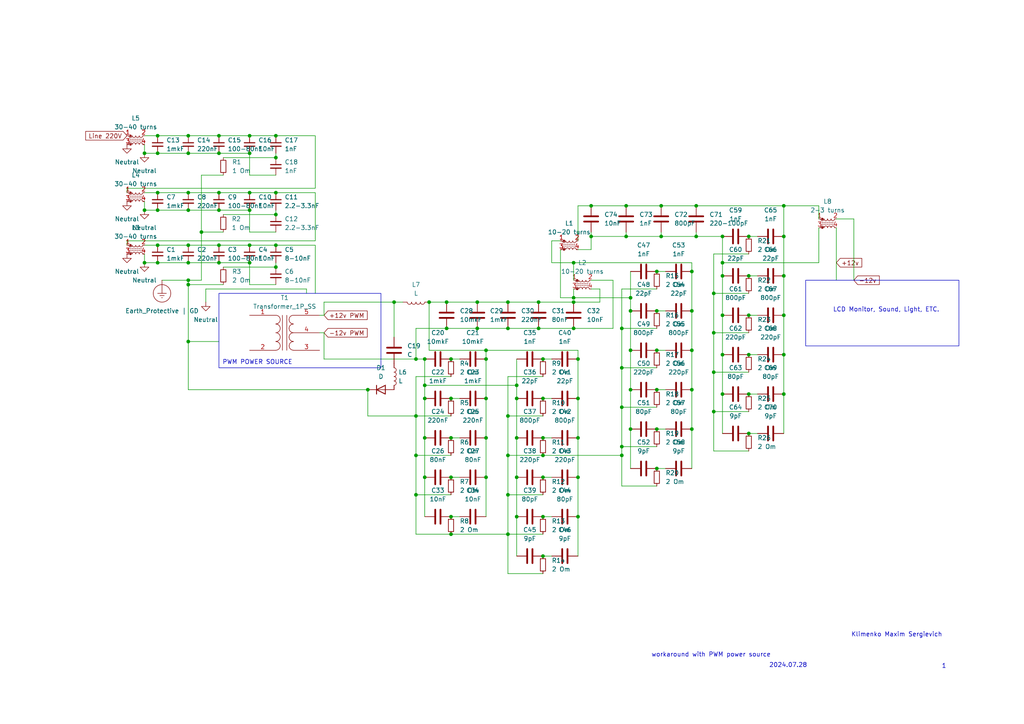
<source format=kicad_sch>
(kicad_sch (version 20231120) (generator "eeschema") (generator_version "8.0")
  (paper "A4")
  (lib_symbols
    (symbol "Device:C" (pin_numbers hide) (pin_names (offset 0.254))
      (property "Reference" "C" (at 0.635 2.54 0))
      (property "Value" "C" (at 0.635 -2.54 0))
      (symbol "C_0_1"
        (polyline (pts (xy -2.032 -0.762) (xy 2.032 -0.762)) (stroke (width 0.508)))
        (polyline (pts (xy -2.032 0.762) (xy 2.032 0.762)) (stroke (width 0.508)))
      )
      (symbol "C_1_1"
        (pin passive line (at 0 3.81 270) (length 2.794) (name "~") (number "1"))
        (pin passive line (at 0 -3.81 90) (length 2.794) (name "~") (number "2"))
      )
    )
    (symbol "Device:C_Small" (pin_numbers hide) (pin_names (offset 0.254) hide)
      (property "Reference" "C" (at 0.254 1.778 0))
      (property "Value" "C_Small" (at 0.254 -2.032 0))
      (symbol "C_Small_0_1"
        (polyline (pts (xy -1.524 -0.508) (xy 1.524 -0.508)) (stroke (width 0.3302)))
        (polyline (pts (xy -1.524 0.508) (xy 1.524 0.508)) (stroke (width 0.3048)))
      )
      (symbol "C_Small_1_1"
        (pin passive line (at 0 2.54 270) (length 2.032) (name "~") (number "1"))
        (pin passive line (at 0 -2.54 90) (length 2.032) (name "~") (number "2"))
      )
    )
    (symbol "Device:D" (pin_numbers hide) (pin_names (offset 1.016) hide)
      (property "Reference" "D" (at 0 2.54 0))
      (property "Value" "D" (at 0 -2.54 0))
      (symbol "D_0_1"
        (polyline (pts (xy -1.27 1.27) (xy -1.27 -1.27)) (stroke (width 0.254)))
        (polyline (pts (xy 1.27 0) (xy -1.27 0)))
        (polyline (pts (xy 1.27 1.27) (xy 1.27 -1.27) (xy -1.27 0) (xy 1.27 1.27)) (stroke (width 0.254)))
      )
      (symbol "D_1_1"
        (pin passive line (at -3.81 0 0) (length 2.54) (name "K") (number "1"))
        (pin passive line (at 3.81 0 180) (length 2.54) (name "A") (number "2"))
      )
    )
    (symbol "Device:L" (pin_numbers hide) (pin_names (offset 1.016) hide)
      (property "Reference" "L" (at -1.27 0 90))
      (property "Value" "L" (at 1.905 0 90))
      (symbol "L_0_1"
        (arc (start 0 -2.54) (mid 0.6323 -1.905) (end 0 -1.27))
        (arc (start 0 -1.27) (mid 0.6323 -0.635) (end 0 0))
        (arc (start 0 0) (mid 0.6323 0.635) (end 0 1.27))
        (arc (start 0 1.27) (mid 0.6323 1.905) (end 0 2.54))
      )
      (symbol "L_1_1"
        (pin passive line (at 0 3.81 270) (length 1.27) (name "1") (number "1"))
        (pin passive line (at 0 -3.81 90) (length 1.27) (name "2") (number "2"))
      )
    )
    (symbol "Device:L_Ferrite_Coupled_Small" (pin_names (offset 0.254) hide)
      (property "Reference" "L" (at 0 3.175 0))
      (property "Value" "L_Ferrite_Coupled_Small" (at 0 -3.175 0))
      (symbol "L_Ferrite_Coupled_Small_0_1"
        (arc (start -2.032 1.27) (mid -1.524 0.7642) (end -1.016 1.27))
        (circle (center -1.524 -1.27) (radius 0.254) (fill (type outline)))
        (circle (center -1.524 1.27) (radius 0.254) (fill (type outline)))
        (arc (start -1.016 -1.27) (mid -1.524 -0.7642) (end -2.032 -1.27))
        (arc (start -1.016 1.27) (mid -0.508 0.7642) (end 0 1.27))
        (arc (start 0 -1.27) (mid -0.508 -0.7642) (end -1.016 -1.27))
        (polyline (pts (xy -1.651 0.254) (xy -1.397 0.254)))
        (polyline (pts (xy -1.397 -0.254) (xy -1.651 -0.254)))
        (polyline (pts (xy -1.143 0.254) (xy -0.889 0.254)))
        (polyline (pts (xy -0.889 -0.254) (xy -1.143 -0.254)))
        (polyline (pts (xy -0.635 0.254) (xy -0.381 0.254)))
        (polyline (pts (xy -0.381 -0.254) (xy -0.635 -0.254)))
        (polyline (pts (xy -0.127 0.254) (xy 0.127 0.254)))
        (polyline (pts (xy 0.127 -0.254) (xy -0.127 -0.254)))
        (polyline (pts (xy 0.381 0.254) (xy 0.635 0.254)))
        (polyline (pts (xy 0.635 -0.254) (xy 0.381 -0.254)))
        (polyline (pts (xy 0.889 0.254) (xy 1.143 0.254)))
        (polyline (pts (xy 1.143 -0.254) (xy 0.889 -0.254)))
        (polyline (pts (xy 1.397 0.254) (xy 1.651 0.254)))
        (polyline (pts (xy 1.651 -0.254) (xy 1.397 -0.254)))
        (arc (start 0 1.27) (mid 0.508 0.7642) (end 1.016 1.27))
        (arc (start 1.016 -1.27) (mid 0.508 -0.7642) (end 0 -1.27))
        (arc (start 1.016 1.27) (mid 1.524 0.7642) (end 2.032 1.27))
        (arc (start 2.032 -1.27) (mid 1.524 -0.7642) (end 1.016 -1.27))
      )
      (symbol "L_Ferrite_Coupled_Small_1_1"
        (pin passive line (at -2.54 1.27 0) (length 0.508) (name "1") (number "1"))
        (pin passive line (at 2.54 1.27 180) (length 0.508) (name "2") (number "2"))
        (pin passive line (at -2.54 -1.27 0) (length 0.508) (name "3") (number "3"))
        (pin passive line (at 2.54 -1.27 180) (length 0.508) (name "4") (number "4"))
      )
    )
    (symbol "Device:R_Small" (pin_numbers hide) (pin_names (offset 0.254) hide)
      (property "Reference" "R" (at 0.762 0.508 0))
      (property "Value" "R_Small" (at 0.762 -1.016 0))
      (symbol "R_Small_0_1"
        (rectangle (start -0.762 1.778) (end 0.762 -1.778) (stroke (width 0.2032)))
      )
      (symbol "R_Small_1_1"
        (pin passive line (at 0 2.54 270) (length 0.762) (name "~") (number "1"))
        (pin passive line (at 0 -2.54 90) (length 0.762) (name "~") (number "2"))
      )
    )
    (symbol "Device:Transformer_1P_SS" (pin_names (offset 1.016) hide)
      (property "Reference" "T" (at 0 6.35 0))
      (property "Value" "Transformer_1P_SS" (at 0 -7.62 0))
      (symbol "Transformer_1P_SS_0_1"
        (arc (start -2.54 -5.0546) (mid -1.6599 -4.6901) (end -1.27 -3.81))
        (arc (start -2.54 -2.5146) (mid -1.6599 -2.1501) (end -1.27 -1.27))
        (arc (start -2.54 0.0254) (mid -1.6599 0.3899) (end -1.27 1.27))
        (arc (start -2.54 2.5654) (mid -1.6599 2.9299) (end -1.27 3.81))
        (arc (start -1.27 -3.81) (mid -1.642 -2.912) (end -2.54 -2.54))
        (arc (start -1.27 -1.27) (mid -1.642 -0.372) (end -2.54 0))
        (arc (start -1.27 1.27) (mid -1.642 2.168) (end -2.54 2.54))
        (arc (start -1.27 3.81) (mid -1.642 4.708) (end -2.54 5.08))
        (polyline (pts (xy -0.635 5.08) (xy -0.635 -5.08)))
        (polyline (pts (xy 0.635 -5.08) (xy 0.635 5.08)))
        (arc (start 1.2954 -1.27) (mid 1.6599 -2.1501) (end 2.54 -2.5146))
        (arc (start 1.2954 1.27) (mid 1.6599 0.3899) (end 2.54 0.0254))
        (arc (start 1.2954 3.81) (mid 1.6599 2.9299) (end 2.54 2.5654))
        (arc (start 1.3208 -3.81) (mid 1.6853 -4.6901) (end 2.5654 -5.0546))
        (arc (start 2.54 0) (mid 1.642 -0.372) (end 1.2954 -1.27))
        (arc (start 2.54 2.54) (mid 1.642 2.168) (end 1.2954 1.27))
        (arc (start 2.54 5.08) (mid 1.642 4.708) (end 1.2954 3.81))
        (arc (start 2.5654 -2.54) (mid 1.6674 -2.912) (end 1.3208 -3.81))
      )
      (symbol "Transformer_1P_SS_1_1"
        (pin passive line (at -10.16 5.08 0) (length 7.62) (name "AA") (number "1"))
        (pin passive line (at -10.16 -5.08 0) (length 7.62) (name "AB") (number "2"))
        (pin passive line (at 10.16 -5.08 180) (length 7.62) (name "SA") (number "3"))
        (pin passive line (at 10.16 0 180) (length 7.62) (name "SC") (number "4"))
        (pin passive line (at 10.16 5.08 180) (length 7.62) (name "SB") (number "5"))
      )
    )
    (symbol "power:Earth_Protective" (power) (pin_numbers hide) (pin_names (offset 0) hide)
      (property "Value" "Earth_Protective" (at 0 -7.62 0))
      (symbol "Earth_Protective_0_1"
        (circle (center 0 -3.81) (radius 2.54))
        (polyline (pts (xy -0.635 -4.445) (xy 0.635 -4.445)))
        (polyline (pts (xy -0.127 -5.08) (xy 0.127 -5.08)))
        (polyline (pts (xy 0 -3.81) (xy 0 0)))
        (polyline (pts (xy 1.27 -3.81) (xy -1.27 -3.81)))
      )
      (symbol "Earth_Protective_1_1"
        (pin power_in line (at 0 0 270) (length 0) (name "~") (number "1"))
      )
    )
    (symbol "power:GND" (power) (pin_numbers hide) (pin_names (offset 0) hide)
      (property "Value" "GND" (at 0 -3.81 0))
      (symbol "GND_0_1"
        (polyline (pts (xy 0 0) (xy 0 -1.27) (xy 1.27 -1.27) (xy 0 -2.54) (xy -1.27 -1.27) (xy 0 -1.27)))
      )
      (symbol "GND_1_1"
        (pin power_in line (at 0 0 270) (length 0) (name "~") (number "1"))
      )
    )
  )
  (junction (at 63.5 71.12))
  (junction (at 209.55 68.58))
  (junction (at 120.65 104.14))
  (junction (at 72.39 39.37))
  (junction (at 191.77 59.69))
  (junction (at 171.45 59.69))
  (junction (at 54.61 76.2))
  (junction (at 130.81 149.86))
  (junction (at 209.55 80.01))
  (junction (at 227.33 59.69))
  (junction (at 180.34 95.25))
  (junction (at 181.61 59.69))
  (junction (at 190.5 124.46))
  (junction (at 41.91 76.2))
  (junction (at 181.61 68.58))
  (junction (at 72.39 44.45))
  (junction (at 130.81 154.94))
  (junction (at 156.21 95.25))
  (junction (at 80.01 62.23))
  (junction (at 167.64 115.57))
  (junction (at 129.54 95.25))
  (junction (at 180.34 118.11))
  (junction (at 207.01 119.38))
  (junction (at 200.66 90.17))
  (junction (at 147.32 143.51))
  (junction (at 227.33 114.3))
  (junction (at 80.01 39.37))
  (junction (at 138.43 87.63))
  (junction (at 140.97 104.14))
  (junction (at 209.55 91.44))
  (junction (at 54.61 39.37))
  (junction (at 147.32 87.63))
  (junction (at 190.5 113.03))
  (junction (at 157.48 127))
  (junction (at 182.88 113.03))
  (junction (at 45.72 55.88))
  (junction (at 171.45 68.58))
  (junction (at 157.48 138.43))
  (junction (at 41.91 60.96))
  (junction (at 45.72 76.2))
  (junction (at 167.64 138.43))
  (junction (at 166.37 87.63))
  (junction (at 182.88 90.17))
  (junction (at 147.32 120.65))
  (junction (at 157.48 115.57))
  (junction (at 72.39 76.2))
  (junction (at 147.32 154.94))
  (junction (at 114.3 87.63))
  (junction (at 45.72 44.45))
  (junction (at 72.39 60.96))
  (junction (at 130.81 115.57))
  (junction (at 180.34 132.08))
  (junction (at 140.97 101.6))
  (junction (at 217.17 114.3))
  (junction (at 72.39 55.88))
  (junction (at 207.01 85.09))
  (junction (at 207.01 107.95))
  (junction (at 54.61 81.28))
  (junction (at 182.88 124.46))
  (junction (at 209.55 76.2))
  (junction (at 201.93 68.58))
  (junction (at 217.17 68.58))
  (junction (at 54.61 44.45))
  (junction (at 200.66 124.46))
  (junction (at 157.48 132.08))
  (junction (at 149.86 138.43))
  (junction (at 157.48 161.29))
  (junction (at 63.5 60.96))
  (junction (at 149.86 149.86))
  (junction (at 217.17 80.01))
  (junction (at 123.19 111.76))
  (junction (at 72.39 71.12))
  (junction (at 157.48 149.86))
  (junction (at 129.54 87.63))
  (junction (at 120.65 120.65))
  (junction (at 166.37 95.25))
  (junction (at 58.42 67.31))
  (junction (at 123.19 127))
  (junction (at 140.97 138.43))
  (junction (at 217.17 125.73))
  (junction (at 63.5 55.88))
  (junction (at 200.66 101.6))
  (junction (at 190.5 90.17))
  (junction (at 147.32 132.08))
  (junction (at 209.55 102.87))
  (junction (at 140.97 127))
  (junction (at 227.33 91.44))
  (junction (at 180.34 106.68))
  (junction (at 190.5 78.74))
  (junction (at 80.01 45.72))
  (junction (at 63.5 39.37))
  (junction (at 106.68 113.03))
  (junction (at 45.72 60.96))
  (junction (at 45.72 39.37))
  (junction (at 130.81 127))
  (junction (at 54.61 71.12))
  (junction (at 123.19 104.14))
  (junction (at 138.43 95.25))
  (junction (at 147.32 95.25))
  (junction (at 80.01 77.47))
  (junction (at 191.77 68.58))
  (junction (at 124.46 87.63))
  (junction (at 63.5 76.2))
  (junction (at 157.48 104.14))
  (junction (at 167.64 127))
  (junction (at 217.17 102.87))
  (junction (at 130.81 138.43))
  (junction (at 200.66 113.03))
  (junction (at 209.55 114.3))
  (junction (at 227.33 80.01))
  (junction (at 54.61 55.88))
  (junction (at 80.01 55.88))
  (junction (at 166.37 86.36))
  (junction (at 167.64 149.86))
  (junction (at 41.91 44.45))
  (junction (at 227.33 102.87))
  (junction (at 190.5 135.89))
  (junction (at 207.01 96.52))
  (junction (at 140.97 115.57))
  (junction (at 201.93 59.69))
  (junction (at 123.19 138.43))
  (junction (at 130.81 104.14))
  (junction (at 120.65 143.51))
  (junction (at 190.5 101.6))
  (junction (at 149.86 127))
  (junction (at 227.33 68.58))
  (junction (at 167.64 104.14))
  (junction (at 54.61 82.55))
  (junction (at 180.34 129.54))
  (junction (at 149.86 111.76))
  (junction (at 166.37 76.2))
  (junction (at 123.19 115.57))
  (junction (at 54.61 99.06))
  (junction (at 45.72 71.12))
  (junction (at 182.88 86.36))
  (junction (at 120.65 132.08))
  (junction (at 156.21 87.63))
  (junction (at 63.5 44.45))
  (junction (at 54.61 60.96))
  (junction (at 182.88 101.6))
  (junction (at 200.66 78.74))
  (junction (at 80.01 71.12))
  (junction (at 217.17 91.44))
  (junction (at 149.86 115.57))
  (wire (pts (xy 190.5 124.46) (xy 193.04 124.46)))
  (wire (pts (xy 182.88 78.74) (xy 182.88 86.36)))
  (wire (pts (xy 207.01 73.66) (xy 217.17 73.66)))
  (wire (pts (xy 93.98 96.52) (xy 93.98 104.14)))
  (wire (pts (xy 41.91 58.42) (xy 41.91 60.96)))
  (wire (pts (xy 200.66 76.2) (xy 200.66 78.74)))
  (wire (pts (xy 207.01 119.38) (xy 207.01 130.81)))
  (wire (pts (xy 157.48 143.51) (xy 147.32 143.51)))
  (wire (pts (xy 157.48 127) (xy 160.02 127)))
  (wire (pts (xy 147.32 143.51) (xy 147.32 154.94)))
  (wire (pts (xy 64.77 62.23) (xy 80.01 62.23)))
  (wire (pts (xy 140.97 101.6) (xy 140.97 104.14)))
  (wire (pts (xy 160.02 69.85) (xy 162.56 69.85)))
  (wire (pts (xy 120.65 95.25) (xy 129.54 95.25)))
  (wire (pts (xy 209.55 91.44) (xy 209.55 102.87)))
  (wire (pts (xy 171.45 59.69) (xy 181.61 59.69)))
  (wire (pts (xy 120.65 120.65) (xy 120.65 132.08)))
  (wire (pts (xy 157.48 132.08) (xy 180.34 132.08)))
  (wire (pts (xy 242.57 66.04) (xy 242.57 81.28)))
  (wire (pts (xy 80.01 55.88) (xy 91.44 55.88)))
  (wire (pts (xy 41.91 60.96) (xy 45.72 60.96)))
  (wire (pts (xy 200.66 113.03) (xy 200.66 124.46)))
  (wire (pts (xy 106.68 120.65) (xy 106.68 113.03)))
  (wire (pts (xy 190.5 90.17) (xy 193.04 90.17)))
  (wire (pts (xy 106.68 113.03) (xy 54.61 113.03)))
  (wire (pts (xy 157.48 115.57) (xy 160.02 115.57)))
  (wire (pts (xy 167.64 59.69) (xy 171.45 59.69)))
  (wire (pts (xy 147.32 95.25) (xy 156.21 95.25)))
  (wire (pts (xy 180.34 106.68) (xy 190.5 106.68)))
  (wire (pts (xy 130.81 154.94) (xy 147.32 154.94)))
  (wire (pts (xy 64.77 82.55) (xy 54.61 82.55)))
  (wire (pts (xy 217.17 130.81) (xy 207.01 130.81)))
  (wire (pts (xy 91.44 71.12) (xy 91.44 85.09)))
  (wire (pts (xy 72.39 71.12) (xy 80.01 71.12)))
  (wire (pts (xy 130.81 115.57) (xy 133.35 115.57)))
  (wire (pts (xy 41.91 71.12) (xy 45.72 71.12)))
  (wire (pts (xy 140.97 115.57) (xy 140.97 127)))
  (wire (pts (xy 36.83 69.85) (xy 36.83 71.12)))
  (wire (pts (xy 180.34 83.82) (xy 190.5 83.82)))
  (wire (pts (xy 190.5 78.74) (xy 193.04 78.74)))
  (wire (pts (xy 41.91 41.91) (xy 41.91 44.45)))
  (wire (pts (xy 190.5 113.03) (xy 193.04 113.03)))
  (wire (pts (xy 59.69 83.82) (xy 88.9 83.82)))
  (wire (pts (xy 190.5 135.89) (xy 193.04 135.89)))
  (wire (pts (xy 123.19 111.76) (xy 123.19 115.57)))
  (wire (pts (xy 120.65 104.14) (xy 123.19 104.14)))
  (wire (pts (xy 58.42 50.8) (xy 58.42 67.31)))
  (wire (pts (xy 64.77 67.31) (xy 58.42 67.31)))
  (wire (pts (xy 156.21 87.63) (xy 166.37 87.63)))
  (wire (pts (xy 173.99 83.82) (xy 171.45 83.82)))
  (wire (pts (xy 64.77 77.47) (xy 80.01 77.47)))
  (wire (pts (xy 180.34 132.08) (xy 180.34 140.97)))
  (wire (pts (xy 191.77 59.69) (xy 201.93 59.69)))
  (wire (pts (xy 120.65 132.08) (xy 130.81 132.08)))
  (wire (pts (xy 120.65 104.14) (xy 120.65 95.25)))
  (wire (pts (xy 157.48 154.94) (xy 147.32 154.94)))
  (wire (pts (xy 130.81 127) (xy 133.35 127)))
  (wire (pts (xy 182.88 124.46) (xy 182.88 135.89)))
  (wire (pts (xy 200.66 78.74) (xy 200.66 90.17)))
  (wire (pts (xy 54.61 99.06) (xy 54.61 113.03)))
  (wire (pts (xy 63.5 44.45) (xy 72.39 44.45)))
  (wire (pts (xy 45.72 39.37) (xy 54.61 39.37)))
  (wire (pts (xy 227.33 91.44) (xy 227.33 102.87)))
  (wire (pts (xy 91.44 69.85) (xy 36.83 69.85)))
  (wire (pts (xy 156.21 95.25) (xy 166.37 95.25)))
  (wire (pts (xy 190.5 95.25) (xy 180.34 95.25)))
  (wire (pts (xy 80.01 45.72) (xy 80.01 44.45)))
  (wire (pts (xy 171.45 67.31) (xy 171.45 68.58)))
  (wire (pts (xy 88.9 83.82) (xy 88.9 85.09)))
  (wire (pts (xy 64.77 50.8) (xy 58.42 50.8)))
  (wire (pts (xy 209.55 80.01) (xy 209.55 91.44)))
  (wire (pts (xy 63.5 60.96) (xy 72.39 60.96)))
  (wire (pts (xy 123.19 111.76) (xy 149.86 111.76)))
  (wire (pts (xy 93.98 87.63) (xy 114.3 87.63)))
  (wire (pts (xy 182.88 86.36) (xy 182.88 90.17)))
  (wire (pts (xy 120.65 109.22) (xy 120.65 120.65)))
  (wire (pts (xy 41.91 73.66) (xy 41.91 76.2)))
  (wire (pts (xy 190.5 101.6) (xy 193.04 101.6)))
  (wire (pts (xy 209.55 68.58) (xy 209.55 76.2)))
  (wire (pts (xy 54.61 39.37) (xy 63.5 39.37)))
  (wire (pts (xy 124.46 101.6) (xy 140.97 101.6)))
  (wire (pts (xy 171.45 68.58) (xy 181.61 68.58)))
  (wire (pts (xy 166.37 95.25) (xy 177.8 95.25)))
  (wire (pts (xy 130.81 120.65) (xy 120.65 120.65)))
  (wire (pts (xy 64.77 45.72) (xy 80.01 45.72)))
  (wire (pts (xy 167.64 115.57) (xy 167.64 127)))
  (wire (pts (xy 209.55 76.2) (xy 237.49 76.2)))
  (wire (pts (xy 181.61 68.58) (xy 191.77 68.58)))
  (wire (pts (xy 191.77 68.58) (xy 201.93 68.58)))
  (wire (pts (xy 149.86 115.57) (xy 149.86 127)))
  (wire (pts (xy 45.72 71.12) (xy 54.61 71.12)))
  (wire (pts (xy 41.91 76.2) (xy 45.72 76.2)))
  (wire (pts (xy 209.55 114.3) (xy 209.55 125.73)))
  (wire (pts (xy 180.34 129.54) (xy 180.34 132.08)))
  (wire (pts (xy 54.61 82.55) (xy 54.61 99.06)))
  (wire (pts (xy 147.32 132.08) (xy 157.48 132.08)))
  (wire (pts (xy 149.86 104.14) (xy 149.86 111.76)))
  (wire (pts (xy 157.48 149.86) (xy 160.02 149.86)))
  (wire (pts (xy 182.88 113.03) (xy 182.88 124.46)))
  (wire (pts (xy 160.02 76.2) (xy 166.37 76.2)))
  (wire (pts (xy 217.17 114.3) (xy 219.71 114.3)))
  (wire (pts (xy 147.32 109.22) (xy 147.32 120.65)))
  (wire (pts (xy 140.97 101.6) (xy 167.64 101.6)))
  (wire (pts (xy 182.88 101.6) (xy 182.88 113.03)))
  (wire (pts (xy 201.93 67.31) (xy 201.93 68.58)))
  (wire (pts (xy 59.69 87.63) (xy 59.69 83.82)))
  (wire (pts (xy 177.8 95.25) (xy 177.8 81.28)))
  (wire (pts (xy 92.71 91.44) (xy 93.98 91.44)))
  (wire (pts (xy 149.86 111.76) (xy 149.86 115.57)))
  (wire (pts (xy 167.64 149.86) (xy 167.64 161.29)))
  (wire (pts (xy 147.32 132.08) (xy 147.32 143.51)))
  (wire (pts (xy 54.61 82.55) (xy 54.61 81.28)))
  (wire (pts (xy 54.61 71.12) (xy 63.5 71.12)))
  (wire (pts (xy 190.5 118.11) (xy 180.34 118.11)))
  (wire (pts (xy 162.56 72.39) (xy 162.56 86.36)))
  (wire (pts (xy 45.72 44.45) (xy 54.61 44.45)))
  (wire (pts (xy 140.97 138.43) (xy 140.97 149.86)))
  (wire (pts (xy 166.37 86.36) (xy 162.56 86.36)))
  (wire (pts (xy 167.64 104.14) (xy 167.64 115.57)))
  (wire (pts (xy 80.01 71.12) (xy 91.44 71.12)))
  (wire (pts (xy 171.45 72.39) (xy 171.45 68.58)))
  (wire (pts (xy 63.5 76.2) (xy 72.39 76.2)))
  (wire (pts (xy 201.93 59.69) (xy 227.33 59.69)))
  (wire (pts (xy 123.19 138.43) (xy 123.19 149.86)))
  (wire (pts (xy 41.91 55.88) (xy 45.72 55.88)))
  (wire (pts (xy 181.61 59.69) (xy 191.77 59.69)))
  (wire (pts (xy 167.64 69.85) (xy 167.64 59.69)))
  (wire (pts (xy 166.37 86.36) (xy 182.88 86.36)))
  (wire (pts (xy 54.61 44.45) (xy 63.5 44.45)))
  (wire (pts (xy 149.86 127) (xy 149.86 138.43)))
  (wire (pts (xy 114.3 87.63) (xy 116.84 87.63)))
  (wire (pts (xy 130.81 154.94) (xy 120.65 154.94)))
  (wire (pts (xy 120.65 109.22) (xy 130.81 109.22)))
  (wire (pts (xy 177.8 81.28) (xy 171.45 81.28)))
  (wire (pts (xy 54.61 60.96) (xy 63.5 60.96)))
  (wire (pts (xy 227.33 59.69) (xy 237.49 59.69)))
  (wire (pts (xy 45.72 60.96) (xy 54.61 60.96)))
  (wire (pts (xy 157.48 120.65) (xy 147.32 120.65)))
  (wire (pts (xy 130.81 143.51) (xy 120.65 143.51)))
  (wire (pts (xy 72.39 50.8) (xy 72.39 44.45)))
  (wire (pts (xy 130.81 149.86) (xy 133.35 149.86)))
  (wire (pts (xy 180.34 106.68) (xy 180.34 118.11)))
  (wire (pts (xy 207.01 96.52) (xy 217.17 96.52)))
  (wire (pts (xy 157.48 138.43) (xy 160.02 138.43)))
  (wire (pts (xy 130.81 104.14) (xy 133.35 104.14)))
  (wire (pts (xy 160.02 76.2) (xy 160.02 69.85)))
  (wire (pts (xy 217.17 125.73) (xy 219.71 125.73)))
  (wire (pts (xy 149.86 138.43) (xy 149.86 149.86)))
  (wire (pts (xy 200.66 90.17) (xy 200.66 101.6)))
  (wire (pts (xy 166.37 83.82) (xy 166.37 86.36)))
  (wire (pts (xy 147.32 87.63) (xy 156.21 87.63)))
  (wire (pts (xy 217.17 68.58) (xy 219.71 68.58)))
  (wire (pts (xy 140.97 104.14) (xy 140.97 115.57)))
  (wire (pts (xy 45.72 55.88) (xy 54.61 55.88)))
  (wire (pts (xy 124.46 87.63) (xy 124.46 101.6)))
  (wire (pts (xy 123.19 115.57) (xy 123.19 127)))
  (wire (pts (xy 91.44 55.88) (xy 91.44 69.85)))
  (wire (pts (xy 149.86 149.86) (xy 149.86 161.29)))
  (wire (pts (xy 167.64 72.39) (xy 171.45 72.39)))
  (wire (pts (xy 138.43 95.25) (xy 147.32 95.25)))
  (wire (pts (xy 209.55 76.2) (xy 209.55 80.01)))
  (wire (pts (xy 63.5 55.88) (xy 72.39 55.88)))
  (wire (pts (xy 166.37 81.28) (xy 166.37 76.2)))
  (wire (pts (xy 129.54 87.63) (xy 138.43 87.63)))
  (wire (pts (xy 123.19 104.14) (xy 123.19 111.76)))
  (wire (pts (xy 36.83 54.61) (xy 36.83 55.88)))
  (wire (pts (xy 247.65 63.5) (xy 242.57 63.5)))
  (wire (pts (xy 41.91 39.37) (xy 45.72 39.37)))
  (wire (pts (xy 166.37 76.2) (xy 200.66 76.2)))
  (wire (pts (xy 190.5 129.54) (xy 180.34 129.54)))
  (wire (pts (xy 180.34 118.11) (xy 180.34 129.54)))
  (wire (pts (xy 58.42 67.31) (xy 58.42 81.28)))
  (wire (pts (xy 120.65 143.51) (xy 120.65 154.94)))
  (wire (pts (xy 80.01 67.31) (xy 72.39 67.31)))
  (wire (pts (xy 72.39 39.37) (xy 80.01 39.37)))
  (wire (pts (xy 157.48 161.29) (xy 160.02 161.29)))
  (wire (pts (xy 92.71 96.52) (xy 93.98 96.52)))
  (wire (pts (xy 217.17 80.01) (xy 219.71 80.01)))
  (wire (pts (xy 130.81 138.43) (xy 133.35 138.43)))
  (wire (pts (xy 227.33 68.58) (xy 227.33 80.01)))
  (wire (pts (xy 72.39 82.55) (xy 72.39 76.2)))
  (wire (pts (xy 227.33 59.69) (xy 227.33 68.58)))
  (wire (pts (xy 217.17 91.44) (xy 219.71 91.44)))
  (wire (pts (xy 120.65 132.08) (xy 120.65 143.51)))
  (wire (pts (xy 54.61 55.88) (xy 63.5 55.88)))
  (wire (pts (xy 80.01 62.23) (xy 80.01 60.96)))
  (wire (pts (xy 180.34 95.25) (xy 180.34 106.68)))
  (wire (pts (xy 237.49 76.2) (xy 237.49 66.04)))
  (wire (pts (xy 63.5 71.12) (xy 72.39 71.12)))
  (wire (pts (xy 45.72 76.2) (xy 54.61 76.2)))
  (wire (pts (xy 138.43 87.63) (xy 147.32 87.63)))
  (wire (pts (xy 80.01 50.8) (xy 72.39 50.8)))
  (wire (pts (xy 72.39 55.88) (xy 80.01 55.88)))
  (wire (pts (xy 207.01 73.66) (xy 207.01 85.09)))
  (wire (pts (xy 63.5 39.37) (xy 72.39 39.37)))
  (wire (pts (xy 129.54 95.25) (xy 138.43 95.25)))
  (wire (pts (xy 173.99 87.63) (xy 173.99 83.82)))
  (wire (pts (xy 80.01 77.47) (xy 80.01 76.2)))
  (wire (pts (xy 227.33 80.01) (xy 227.33 91.44)))
  (wire (pts (xy 181.61 67.31) (xy 181.61 68.58)))
  (wire (pts (xy 93.98 104.14) (xy 120.65 104.14)))
  (wire (pts (xy 200.66 124.46) (xy 200.66 135.89)))
  (wire (pts (xy 147.32 120.65) (xy 147.32 132.08)))
  (wire (pts (xy 180.34 83.82) (xy 180.34 95.25)))
  (wire (pts (xy 207.01 107.95) (xy 207.01 119.38)))
  (wire (pts (xy 123.19 127) (xy 123.19 138.43)))
  (wire (pts (xy 41.91 44.45) (xy 45.72 44.45)))
  (wire (pts (xy 124.46 87.63) (xy 129.54 87.63)))
  (wire (pts (xy 167.64 127) (xy 167.64 138.43)))
  (wire (pts (xy 200.66 101.6) (xy 200.66 113.03)))
  (wire (pts (xy 72.39 67.31) (xy 72.39 60.96)))
  (wire (pts (xy 114.3 87.63) (xy 114.3 97.79)))
  (wire (pts (xy 167.64 138.43) (xy 167.64 149.86)))
  (wire (pts (xy 201.93 68.58) (xy 209.55 68.58)))
  (wire (pts (xy 80.01 82.55) (xy 72.39 82.55)))
  (wire (pts (xy 63.5 99.06) (xy 54.61 99.06)))
  (wire (pts (xy 227.33 102.87) (xy 227.33 114.3)))
  (wire (pts (xy 93.98 91.44) (xy 93.98 87.63)))
  (wire (pts (xy 140.97 127) (xy 140.97 138.43)))
  (wire (pts (xy 190.5 140.97) (xy 180.34 140.97)))
  (wire (pts (xy 217.17 107.95) (xy 207.01 107.95)))
  (wire (pts (xy 209.55 102.87) (xy 209.55 114.3)))
  (wire (pts (xy 147.32 109.22) (xy 157.48 109.22)))
  (wire (pts (xy 207.01 96.52) (xy 207.01 107.95)))
  (wire (pts (xy 217.17 102.87) (xy 219.71 102.87)))
  (wire (pts (xy 157.48 166.37) (xy 147.32 166.37)))
  (wire (pts (xy 167.64 101.6) (xy 167.64 104.14)))
  (wire (pts (xy 217.17 119.38) (xy 207.01 119.38)))
  (wire (pts (xy 166.37 87.63) (xy 173.99 87.63)))
  (wire (pts (xy 191.77 67.31) (xy 191.77 68.58)))
  (wire (pts (xy 147.32 154.94) (xy 147.32 166.37)))
  (wire (pts (xy 182.88 90.17) (xy 182.88 101.6)))
  (wire (pts (xy 120.65 120.65) (xy 106.68 120.65)))
  (wire (pts (xy 207.01 85.09) (xy 207.01 96.52)))
  (wire (pts (xy 91.44 54.61) (xy 36.83 54.61)))
  (wire (pts (xy 54.61 76.2) (xy 63.5 76.2)))
  (wire (pts (xy 58.42 81.28) (xy 54.61 81.28)))
  (wire (pts (xy 217.17 85.09) (xy 207.01 85.09)))
  (wire (pts (xy 237.49 59.69) (xy 237.49 63.5)))
  (wire (pts (xy 247.65 63.5) (xy 247.65 81.28)))
  (wire (pts (xy 227.33 114.3) (xy 227.33 125.73)))
  (wire (pts (xy 54.61 81.28) (xy 46.99 81.28)))
  (wire (pts (xy 91.44 39.37) (xy 91.44 54.61)))
  (wire (pts (xy 157.48 104.14) (xy 160.02 104.14)))
  (wire (pts (xy 80.01 39.37) (xy 91.44 39.37)))
  (rectangle (start 63.5 85.09) (end 110.49 106.68))
  (rectangle (start 233.68 81.28) (end 278.13 100.33))
  (text "1" (at 273.812 193.294 0) (effects (font (size 1.27 1.27))))
  (text "LCD Monitor, Sound, Light, ETC." (at 257.048 89.916 0) (effects (font (size 1.27 1.27))))
  (text "PWM POWER SOURCE" (at 74.676 105.156 0) (effects (font (size 1.27 1.27))))
  (text "2024.07.28" (at 228.6 193.04 0) (effects (font (size 1.27 1.27))))
  (text "workaround with PWM power source" (at 206.248 189.992 0) (effects (font (size 1.27 1.27))))
  (text "Klimenko Maxim Sergievich" (at 260.096 184.15 0) (effects (font (size 1.27 1.27))))
  (global_label "Line 220V" (shape input) (at 36.83 39.37 180) (property "Intersheetrefs" "${INTERSHEET_REFS}" (effects (hide yes))))
  (global_label "+12v PWM" (shape input) (at 93.98 91.44 0) (property "Intersheetrefs" "${INTERSHEET_REFS}" (effects (hide yes))))
  (global_label "-12v" (shape input) (at 247.65 81.28 0) (property "Intersheetrefs" "${INTERSHEET_REFS}" (effects (hide yes))))
  (global_label "+12v" (shape input) (at 242.57 76.2 0) (property "Intersheetrefs" "${INTERSHEET_REFS}" (effects (hide yes))))
  (global_label "-12v PWM" (shape input) (at 93.98 96.52 0) (property "Intersheetrefs" "${INTERSHEET_REFS}" (effects (hide yes))))
  (symbol (lib_id "Device:C") (at 171.45 63.5 0) (unit 1)
    (property "Reference" "C74" (at 175.26 62.2299 0) (effects (justify left)))
    (property "Value" "10nF" (at 175.26 64.7699 0) (effects (justify left)))
    (property "Description" "Unpolarized capacitor" (effects (hide yes)))
  )
  (symbol (lib_id "Device:C") (at 196.85 135.89 90) (unit 1)
    (property "Reference" "C58" (at 196.85 128.27 90))
    (property "Value" "9pF" (at 196.85 130.81 90))
    (property "Description" "Unpolarized capacitor" (effects (hide yes)))
  )
  (symbol (lib_id "Device:C") (at 137.16 115.57 90) (unit 1)
    (property "Reference" "C23" (at 137.16 107.95 90))
    (property "Value" "1mkF" (at 137.16 110.49 90))
    (property "Description" "Unpolarized capacitor" (effects (hide yes)))
  )
  (symbol (lib_id "Device:R_Small") (at 130.81 118.11 0) (unit 1)
    (property "Reference" "R5" (at 133.35 116.8399 0) (effects (justify left)))
    (property "Value" "2 Om" (at 133.35 119.3799 0) (effects (justify left)))
    (property "Description" "Resistor, small symbol" (effects (hide yes)))
  )
  (symbol (lib_id "Device:C_Small") (at 54.61 58.42 0) (unit 1)
    (property "Reference" "C8" (at 57.15 57.1562 0) (effects (justify left)))
    (property "Value" "220nF" (at 57.15 59.6962 0) (effects (justify left)))
    (property "Description" "Unpolarized capacitor, small symbol" (effects (hide yes)))
  )
  (symbol (lib_id "Device:C") (at 223.52 68.58 90) (unit 1)
    (property "Reference" "C65" (at 223.52 60.96 90))
    (property "Value" "1nF" (at 223.52 63.5 90))
    (property "Description" "Unpolarized capacitor" (effects (hide yes)))
  )
  (symbol (lib_id "Device:L_Ferrite_Coupled_Small") (at 240.03 64.77 0) (unit 1)
    (property "Reference" "L8" (at 240.03 58.42 0))
    (property "Value" "2-3 turns" (at 240.03 60.96 0))
    (property "Description" "Coupled inductor with ferrite core, small symbol" (effects (hide yes)))
  )
  (symbol (lib_id "Device:C_Small") (at 45.72 41.91 0) (unit 1)
    (property "Reference" "C13" (at 48.26 40.6462 0) (effects (justify left)))
    (property "Value" "1mkF" (at 48.26 43.1862 0) (effects (justify left)))
    (property "Description" "Unpolarized capacitor, small symbol" (effects (hide yes)))
  )
  (symbol (lib_id "Device:C") (at 153.67 115.57 90) (unit 1)
    (property "Reference" "C36" (at 153.67 107.95 90))
    (property "Value" "22pF" (at 153.67 110.49 90))
    (property "Description" "Unpolarized capacitor" (effects (hide yes)))
  )
  (symbol (lib_id "Device:C_Small") (at 54.61 73.66 0) (unit 1)
    (property "Reference" "C2" (at 57.15 72.3962 0) (effects (justify left)))
    (property "Value" "220nF" (at 57.15 74.9362 0) (effects (justify left)))
    (property "Description" "Unpolarized capacitor, small symbol" (effects (hide yes)))
  )
  (symbol (lib_id "Device:C") (at 186.69 78.74 90) (unit 1)
    (property "Reference" "C47" (at 186.69 71.12 90))
    (property "Value" "1nF" (at 186.69 73.66 90))
    (property "Description" "Unpolarized capacitor" (effects (hide yes)))
  )
  (symbol (lib_id "power:GND") (at 59.69 87.63 0) (unit 1)
    (property "Reference" "#PWR04" (effects (hide yes)))
    (property "Value" "Neutral" (at 59.69 92.71 0))
    (property "Description" "Power symbol creates a global label with name \"GND\" , ground" (effects (hide yes)))
  )
  (symbol (lib_id "Device:C") (at 127 115.57 90) (unit 1)
    (property "Reference" "C22" (at 127 107.95 90))
    (property "Value" "1mkF" (at 127 110.49 90))
    (property "Description" "Unpolarized capacitor" (effects (hide yes)))
  )
  (symbol (lib_id "Device:C") (at 196.85 124.46 90) (unit 1)
    (property "Reference" "C57" (at 196.85 116.84 90))
    (property "Value" "80pF" (at 196.85 119.38 90))
    (property "Description" "Unpolarized capacitor" (effects (hide yes)))
  )
  (symbol (lib_id "Device:R_Small") (at 217.17 71.12 0) (unit 1)
    (property "Reference" "R21" (at 219.71 69.8499 0) (effects (justify left)))
    (property "Value" "2 Om" (at 219.71 72.3899 0) (effects (justify left)))
    (property "Description" "Resistor, small symbol" (effects (hide yes)))
  )
  (symbol (lib_id "Device:R_Small") (at 217.17 116.84 0) (unit 1)
    (property "Reference" "R25" (at 219.71 115.5699 0) (effects (justify left)))
    (property "Value" "2 Om" (at 219.71 118.1099 0) (effects (justify left)))
    (property "Description" "Resistor, small symbol" (effects (hide yes)))
  )
  (symbol (lib_id "Device:C") (at 153.67 127 90) (unit 1)
    (property "Reference" "C37" (at 153.67 119.38 90))
    (property "Value" "800pF" (at 153.67 121.92 90))
    (property "Description" "Unpolarized capacitor" (effects (hide yes)))
  )
  (symbol (lib_id "power:GND") (at 41.91 44.45 0) (unit 1)
    (property "Reference" "#PWR01" (effects (hide yes)))
    (property "Value" "Neutral" (at 41.91 49.53 0))
    (property "Description" "Power symbol creates a global label with name \"GND\" , ground" (effects (hide yes)))
  )
  (symbol (lib_id "Device:C") (at 163.83 138.43 90) (unit 1)
    (property "Reference" "C43" (at 163.83 130.81 90))
    (property "Value" "220pF" (at 163.83 133.35 90))
    (property "Description" "Unpolarized capacitor" (effects (hide yes)))
  )
  (symbol (lib_id "Device:C") (at 137.16 127 90) (unit 1)
    (property "Reference" "C25" (at 137.16 119.38 90))
    (property "Value" "220nF" (at 137.16 121.92 90))
    (property "Description" "Unpolarized capacitor" (effects (hide yes)))
  )
  (symbol (lib_id "Device:C") (at 127 149.86 90) (unit 1)
    (property "Reference" "C33" (at 127 142.24 90))
    (property "Value" "10nF" (at 127 144.78 90))
    (property "Description" "Unpolarized capacitor" (effects (hide yes)))
  )
  (symbol (lib_id "Device:C") (at 213.36 102.87 90) (unit 1)
    (property "Reference" "C62" (at 213.36 95.25 90))
    (property "Value" "220pF" (at 213.36 97.79 90))
    (property "Description" "Unpolarized capacitor" (effects (hide yes)))
  )
  (symbol (lib_id "Device:C") (at 196.85 101.6 90) (unit 1)
    (property "Reference" "C55" (at 196.85 93.98 90))
    (property "Value" "800pF" (at 196.85 96.52 90))
    (property "Description" "Unpolarized capacitor" (effects (hide yes)))
  )
  (symbol (lib_id "Device:Transformer_1P_SS") (at 82.55 96.52 0) (unit 1)
    (property "Reference" "T1" (at 82.5627 86.36 0))
    (property "Value" "Transformer_1P_SS" (at 82.5627 88.9 0))
    (property "Description" "Transformer, single primary, split secondary" (effects (hide yes)))
  )
  (symbol (lib_id "Device:C") (at 223.52 80.01 90) (unit 1)
    (property "Reference" "C66" (at 223.52 72.39 90))
    (property "Value" "22pF" (at 223.52 74.93 90))
    (property "Description" "Unpolarized capacitor" (effects (hide yes)))
  )
  (symbol (lib_id "power:Earth_Protective") (at 46.99 81.28 0) (unit 1)
    (property "Reference" "#PWR08" (effects (hide yes)))
    (property "Value" "Earth_Protective | GD" (at 46.99 90.17 0))
    (property "Description" "Power symbol creates a global label with name \"Earth_Protective\"" (effects (hide yes)))
  )
  (symbol (lib_id "Device:L_Ferrite_Coupled_Small") (at 39.37 57.15 0) (unit 1)
    (property "Reference" "L4" (at 39.37 50.8 0))
    (property "Value" "30-40 turns" (at 39.37 53.34 0))
    (property "Description" "Coupled inductor with ferrite core, small symbol" (effects (hide yes)))
  )
  (symbol (lib_id "Device:C") (at 213.36 125.73 90) (unit 1)
    (property "Reference" "C64" (at 213.36 118.11 90))
    (property "Value" "9pF" (at 213.36 120.65 90))
    (property "Description" "Unpolarized capacitor" (effects (hide yes)))
  )
  (symbol (lib_id "Device:C") (at 213.36 114.3 90) (unit 1)
    (property "Reference" "C63" (at 213.36 106.68 90))
    (property "Value" "80pF" (at 213.36 109.22 90))
    (property "Description" "Unpolarized capacitor" (effects (hide yes)))
  )
  (symbol (lib_id "Device:C") (at 127 138.43 90) (unit 1)
    (property "Reference" "C26" (at 127 130.81 90))
    (property "Value" "80nF" (at 127 133.35 90))
    (property "Description" "Unpolarized capacitor" (effects (hide yes)))
  )
  (symbol (lib_id "Device:L_Ferrite_Coupled_Small") (at 168.91 82.55 0) (unit 1)
    (property "Reference" "L2" (at 168.91 76.2 0))
    (property "Value" "10-20 turns" (at 168.91 78.74 0))
    (property "Description" "Coupled inductor with ferrite core, small symbol" (effects (hide yes)))
  )
  (symbol (lib_id "Device:C") (at 201.93 63.5 0) (unit 1)
    (property "Reference" "C71" (at 205.74 62.2299 0) (effects (justify left)))
    (property "Value" "220-100pF" (at 205.74 64.7699 0) (effects (justify left)))
    (property "Description" "Unpolarized capacitor" (effects (hide yes)))
  )
  (symbol (lib_id "Device:R_Small") (at 157.48 129.54 0) (unit 1)
    (property "Reference" "R11" (at 160.02 128.2699 0) (effects (justify left)))
    (property "Value" "2 Om" (at 160.02 130.8099 0) (effects (justify left)))
    (property "Description" "Resistor, small symbol" (effects (hide yes)))
  )
  (symbol (lib_id "Device:C") (at 186.69 113.03 90) (unit 1)
    (property "Reference" "C50" (at 186.69 105.41 90))
    (property "Value" "220pF" (at 186.69 107.95 90))
    (property "Description" "Unpolarized capacitor" (effects (hide yes)))
  )
  (symbol (lib_id "Device:R_Small") (at 64.77 48.26 0) (unit 1)
    (property "Reference" "R1" (at 67.31 46.9899 0) (effects (justify left)))
    (property "Value" "1 Om" (at 67.31 49.5299 0) (effects (justify left)))
    (property "Description" "Resistor, small symbol" (effects (hide yes)))
  )
  (symbol (lib_id "Device:C_Small") (at 72.39 41.91 0) (unit 1)
    (property "Reference" "C16" (at 74.93 40.6462 0) (effects (justify left)))
    (property "Value" "10nF" (at 74.93 43.1862 0) (effects (justify left)))
    (property "Description" "Unpolarized capacitor, small symbol" (effects (hide yes)))
  )
  (symbol (lib_id "Device:R_Small") (at 190.5 115.57 0) (unit 1)
    (property "Reference" "R18" (at 193.04 114.2999 0) (effects (justify left)))
    (property "Value" "2 Om" (at 193.04 116.8399 0) (effects (justify left)))
    (property "Description" "Resistor, small symbol" (effects (hide yes)))
  )
  (symbol (lib_id "Device:L") (at 114.3 109.22 0) (unit 1)
    (property "Reference" "L6" (at 115.57 107.9499 0) (effects (justify left)))
    (property "Value" "L" (at 115.57 110.4899 0) (effects (justify left)))
    (property "Description" "Inductor" (effects (hide yes)))
  )
  (symbol (lib_id "Device:R_Small") (at 130.81 106.68 0) (unit 1)
    (property "Reference" "R4" (at 133.35 105.4099 0) (effects (justify left)))
    (property "Value" "2 Om" (at 133.35 107.9499 0) (effects (justify left)))
    (property "Description" "Resistor, small symbol" (effects (hide yes)))
  )
  (symbol (lib_id "Device:C") (at 147.32 91.44 0) (unit 1)
    (property "Reference" "C30" (at 151.1011 90.1699 0) (effects (justify left)))
    (property "Value" "220nF" (at 151.1011 92.7099 0) (effects (justify left)))
    (property "Description" "Unpolarized capacitor" (effects (hide yes)))
  )
  (symbol (lib_id "power:GND") (at 41.91 60.96 0) (unit 1)
    (property "Reference" "#PWR02" (effects (hide yes)))
    (property "Value" "Neutral" (at 41.91 66.04 0))
    (property "Description" "Power symbol creates a global label with name \"GND\" , ground" (effects (hide yes)))
  )
  (symbol (lib_id "Device:C") (at 163.83 127 90) (unit 1)
    (property "Reference" "C42" (at 163.83 119.38 90))
    (property "Value" "800pF" (at 163.83 121.92 90))
    (property "Description" "Unpolarized capacitor" (effects (hide yes)))
  )
  (symbol (lib_id "Device:R_Small") (at 130.81 129.54 0) (unit 1)
    (property "Reference" "R6" (at 133.35 128.2699 0) (effects (justify left)))
    (property "Value" "2 Om" (at 133.35 130.8099 0) (effects (justify left)))
    (property "Description" "Resistor, small symbol" (effects (hide yes)))
  )
  (symbol (lib_id "Device:C") (at 163.83 115.57 90) (unit 1)
    (property "Reference" "C41" (at 163.83 107.95 90))
    (property "Value" "22pF" (at 163.83 110.49 90))
    (property "Description" "Unpolarized capacitor" (effects (hide yes)))
  )
  (symbol (lib_id "Device:C_Small") (at 80.01 48.26 0) (unit 1)
    (property "Reference" "C18" (at 82.55 46.9962 0) (effects (justify left)))
    (property "Value" "1nF" (at 82.55 49.5362 0) (effects (justify left)))
    (property "Description" "Unpolarized capacitor, small symbol" (effects (hide yes)))
  )
  (symbol (lib_id "Device:C") (at 223.52 114.3 90) (unit 1)
    (property "Reference" "C69" (at 223.52 106.68 90))
    (property "Value" "80pF" (at 223.52 109.22 90))
    (property "Description" "Unpolarized capacitor" (effects (hide yes)))
  )
  (symbol (lib_id "Device:C") (at 166.37 91.44 0) (unit 1)
    (property "Reference" "C32" (at 170.18 90.1699 0) (effects (justify left)))
    (property "Value" "10nF" (at 170.18 92.7099 0) (effects (justify left)))
    (property "Description" "Unpolarized capacitor" (effects (hide yes)))
  )
  (symbol (lib_id "Device:C") (at 196.85 90.17 90) (unit 1)
    (property "Reference" "C54" (at 196.85 82.55 90))
    (property "Value" "22pF" (at 196.85 85.09 90))
    (property "Description" "Unpolarized capacitor" (effects (hide yes)))
  )
  (symbol (lib_id "Device:C_Small") (at 63.5 73.66 0) (unit 1)
    (property "Reference" "C3" (at 66.04 72.3962 0) (effects (justify left)))
    (property "Value" "100-80nF" (at 66.04 74.9362 0) (effects (justify left)))
    (property "Description" "Unpolarized capacitor, small symbol" (effects (hide yes)))
  )
  (symbol (lib_id "Device:R_Small") (at 157.48 140.97 0) (unit 1)
    (property "Reference" "R12" (at 160.02 139.6999 0) (effects (justify left)))
    (property "Value" "2 Om" (at 160.02 142.2399 0) (effects (justify left)))
    (property "Description" "Resistor, small symbol" (effects (hide yes)))
  )
  (symbol (lib_id "Device:C_Small") (at 45.72 73.66 0) (unit 1)
    (property "Reference" "C1" (at 48.26 72.3962 0) (effects (justify left)))
    (property "Value" "1mkF" (at 48.26 74.9362 0) (effects (justify left)))
    (property "Description" "Unpolarized capacitor, small symbol" (effects (hide yes)))
  )
  (symbol (lib_id "Device:C") (at 137.16 149.86 90) (unit 1)
    (property "Reference" "C34" (at 137.16 142.24 90))
    (property "Value" "10nF" (at 137.16 144.78 90))
    (property "Description" "Unpolarized capacitor" (effects (hide yes)))
  )
  (symbol (lib_id "Device:L_Ferrite_Coupled_Small") (at 39.37 72.39 0) (unit 1)
    (property "Reference" "L3" (at 39.37 66.04 0))
    (property "Value" "30-40 turns" (at 39.37 68.58 0))
    (property "Description" "Coupled inductor with ferrite core, small symbol" (effects (hide yes)))
  )
  (symbol (lib_id "Device:C") (at 138.43 91.44 0) (unit 1)
    (property "Reference" "C29" (at 142.0768 90.1699 0) (effects (justify left)))
    (property "Value" "1mkF" (at 142.0768 92.7099 0) (effects (justify left)))
    (property "Description" "Unpolarized capacitor" (effects (hide yes)))
  )
  (symbol (lib_id "Device:C") (at 191.77 63.5 0) (unit 1)
    (property "Reference" "C72" (at 195.58 62.2299 0) (effects (justify left)))
    (property "Value" "800pF" (at 195.58 64.7699 0) (effects (justify left)))
    (property "Description" "Unpolarized capacitor" (effects (hide yes)))
  )
  (symbol (lib_id "Device:R_Small") (at 64.77 80.01 0) (unit 1)
    (property "Reference" "R3" (at 67.31 78.7399 0) (effects (justify left)))
    (property "Value" "2 Om" (at 67.31 81.2799 0) (effects (justify left)))
    (property "Description" "Resistor, small symbol" (effects (hide yes)))
  )
  (symbol (lib_id "Device:C") (at 186.69 124.46 90) (unit 1)
    (property "Reference" "C51" (at 186.69 116.84 90))
    (property "Value" "80pF" (at 186.69 119.38 90))
    (property "Description" "Unpolarized capacitor" (effects (hide yes)))
  )
  (symbol (lib_id "Device:C_Small") (at 54.61 41.91 0) (unit 1)
    (property "Reference" "C14" (at 57.15 40.6462 0) (effects (justify left)))
    (property "Value" "220nF" (at 57.15 43.1862 0) (effects (justify left)))
    (property "Description" "Unpolarized capacitor, small symbol" (effects (hide yes)))
  )
  (symbol (lib_id "Device:C") (at 153.67 104.14 90) (unit 1)
    (property "Reference" "C35" (at 153.67 96.52 90))
    (property "Value" "1nF" (at 153.67 99.06 90))
    (property "Description" "Unpolarized capacitor" (effects (hide yes)))
  )
  (symbol (lib_id "Device:C") (at 137.16 138.43 90) (unit 1)
    (property "Reference" "C27" (at 137.16 130.81 90))
    (property "Value" "80nF" (at 137.16 133.35 90))
    (property "Description" "Unpolarized capacitor" (effects (hide yes)))
  )
  (symbol (lib_id "Device:C") (at 223.52 102.87 90) (unit 1)
    (property "Reference" "C68" (at 223.52 95.25 90))
    (property "Value" "220pF" (at 223.52 97.79 90))
    (property "Description" "Unpolarized capacitor" (effects (hide yes)))
  )
  (symbol (lib_id "Device:C_Small") (at 63.5 41.91 0) (unit 1)
    (property "Reference" "C15" (at 66.04 40.6462 0) (effects (justify left)))
    (property "Value" "100-80nF" (at 66.04 43.1862 0) (effects (justify left)))
    (property "Description" "Unpolarized capacitor, small symbol" (effects (hide yes)))
  )
  (symbol (lib_id "Device:R_Small") (at 217.17 82.55 0) (unit 1)
    (property "Reference" "R22" (at 219.71 81.2799 0) (effects (justify left)))
    (property "Value" "2 Om" (at 219.71 83.8199 0) (effects (justify left)))
    (property "Description" "Resistor, small symbol" (effects (hide yes)))
  )
  (symbol (lib_id "Device:C") (at 129.54 91.44 0) (unit 1)
    (property "Reference" "C28" (at 133.35 90.1699 0) (effects (justify left)))
    (property "Value" "10mkF" (at 133.35 92.7099 0) (effects (justify left)))
    (property "Description" "Unpolarized capacitor" (effects (hide yes)))
  )
  (symbol (lib_id "Device:D") (at 110.49 113.03 0) (unit 1)
    (property "Reference" "D1" (at 110.49 106.68 0))
    (property "Value" "D" (at 110.49 109.22 0))
    (property "Description" "Diode" (effects (hide yes)))
    (property "Sim.Device" "D" (effects (hide yes)))
    (property "Sim.Pins" "1=K 2=A" (effects (hide yes)))
  )
  (symbol (lib_id "Device:C_Small") (at 80.01 41.91 0) (unit 1)
    (property "Reference" "C17" (at 82.55 40.6462 0) (effects (justify left)))
    (property "Value" "1nF" (at 82.55 43.1862 0) (effects (justify left)))
    (property "Description" "Unpolarized capacitor, small symbol" (effects (hide yes)))
  )
  (symbol (lib_id "Device:C") (at 114.3 101.6 0) (unit 1)
    (property "Reference" "C19" (at 118.11 100.3299 0) (effects (justify left)))
    (property "Value" "C" (at 118.11 102.8699 0) (effects (justify left)))
    (property "Description" "Unpolarized capacitor" (effects (hide yes)))
  )
  (symbol (lib_id "power:GND") (at 36.83 58.42 0) (unit 1)
    (property "Reference" "#PWR06" (effects (hide yes)))
    (property "Value" "Neutral" (at 36.83 63.5 0))
    (property "Description" "Power symbol creates a global label with name \"GND\" , ground" (effects (hide yes)))
  )
  (symbol (lib_id "Device:C") (at 153.67 161.29 90) (unit 1)
    (property "Reference" "C45" (at 153.67 153.67 90))
    (property "Value" "9pF" (at 153.67 156.21 90))
    (property "Description" "Unpolarized capacitor" (effects (hide yes)))
  )
  (symbol (lib_id "Device:C") (at 163.83 149.86 90) (unit 1)
    (property "Reference" "C44" (at 163.83 142.24 90))
    (property "Value" "80pF" (at 163.83 144.78 90))
    (property "Description" "Unpolarized capacitor" (effects (hide yes)))
  )
  (symbol (lib_id "power:GND") (at 36.83 73.66 0) (unit 1)
    (property "Reference" "#PWR05" (effects (hide yes)))
    (property "Value" "Neutral" (at 36.83 78.74 0))
    (property "Description" "Power symbol creates a global label with name \"GND\" , ground" (effects (hide yes)))
  )
  (symbol (lib_id "Device:R_Small") (at 217.17 93.98 0) (unit 1)
    (property "Reference" "R23" (at 219.71 92.7099 0) (effects (justify left)))
    (property "Value" "2 Om" (at 219.71 95.2499 0) (effects (justify left)))
    (property "Description" "Resistor, small symbol" (effects (hide yes)))
  )
  (symbol (lib_id "Device:C_Small") (at 72.39 73.66 0) (unit 1)
    (property "Reference" "C4" (at 74.93 72.3962 0) (effects (justify left)))
    (property "Value" "10nF" (at 74.93 74.9362 0) (effects (justify left)))
    (property "Description" "Unpolarized capacitor, small symbol" (effects (hide yes)))
  )
  (symbol (lib_id "Device:C_Small") (at 80.01 80.01 0) (unit 1)
    (property "Reference" "C6" (at 82.55 78.7462 0) (effects (justify left)))
    (property "Value" "8-10nF" (at 82.55 81.2862 0) (effects (justify left)))
    (property "Description" "Unpolarized capacitor, small symbol" (effects (hide yes)))
  )
  (symbol (lib_id "Device:L_Ferrite_Coupled_Small") (at 39.37 40.64 0) (unit 1)
    (property "Reference" "L5" (at 39.37 34.29 0))
    (property "Value" "30-40 turns" (at 39.37 36.83 0))
    (property "Description" "Coupled inductor with ferrite core, small symbol" (effects (hide yes)))
  )
  (symbol (lib_id "Device:R_Small") (at 190.5 81.28 0) (unit 1)
    (property "Reference" "R15" (at 193.04 80.0099 0) (effects (justify left)))
    (property "Value" "2 Om" (at 193.04 82.5499 0) (effects (justify left)))
    (property "Description" "Resistor, small symbol" (effects (hide yes)))
  )
  (symbol (lib_id "Device:R_Small") (at 157.48 106.68 0) (unit 1)
    (property "Reference" "R9" (at 160.02 105.4099 0) (effects (justify left)))
    (property "Value" "2 Om" (at 160.02 107.9499 0) (effects (justify left)))
    (property "Description" "Resistor, small symbol" (effects (hide yes)))
  )
  (symbol (lib_id "Device:C") (at 153.67 149.86 90) (unit 1)
    (property "Reference" "C39" (at 153.67 142.24 90))
    (property "Value" "80pF" (at 153.67 144.78 90))
    (property "Description" "Unpolarized capacitor" (effects (hide yes)))
  )
  (symbol (lib_id "Device:R_Small") (at 190.5 92.71 0) (unit 1)
    (property "Reference" "R16" (at 193.04 91.4399 0) (effects (justify left)))
    (property "Value" "2 Om" (at 193.04 93.9799 0) (effects (justify left)))
    (property "Description" "Resistor, small symbol" (effects (hide yes)))
  )
  (symbol (lib_id "Device:R_Small") (at 64.77 64.77 0) (unit 1)
    (property "Reference" "R2" (at 67.1898 63.4999 0) (effects (justify left)))
    (property "Value" "1 Om" (at 67.1898 66.0399 0) (effects (justify left)))
    (property "Description" "Resistor, small symbol" (effects (hide yes)))
  )
  (symbol (lib_id "power:GND") (at 41.91 76.2 0) (unit 1)
    (property "Reference" "#PWR03" (effects (hide yes)))
    (property "Value" "Neutral" (at 41.91 81.28 0))
    (property "Description" "Power symbol creates a global label with name \"GND\" , ground" (effects (hide yes)))
  )
  (symbol (lib_id "Device:C_Small") (at 80.01 58.42 0) (unit 1)
    (property "Reference" "C11" (at 82.55 57.1562 0) (effects (justify left)))
    (property "Value" "2.2-3.3nF" (at 82.55 59.6962 0) (effects (justify left)))
    (property "Description" "Unpolarized capacitor, small symbol" (effects (hide yes)))
  )
  (symbol (lib_id "Device:C_Small") (at 80.01 73.66 0) (unit 1)
    (property "Reference" "C5" (at 82.55 72.3962 0) (effects (justify left)))
    (property "Value" "8-10nF" (at 82.55 74.9362 0) (effects (justify left)))
    (property "Description" "Unpolarized capacitor, small symbol" (effects (hide yes)))
  )
  (symbol (lib_id "Device:C") (at 223.52 91.44 90) (unit 1)
    (property "Reference" "C67" (at 223.52 83.82 90))
    (property "Value" "800pF" (at 223.52 86.36 90))
    (property "Description" "Unpolarized capacitor" (effects (hide yes)))
  )
  (symbol (lib_id "Device:R_Small") (at 217.17 105.41 0) (unit 1)
    (property "Reference" "R24" (at 219.71 104.1399 0) (effects (justify left)))
    (property "Value" "2 Om" (at 219.71 106.6799 0) (effects (justify left)))
    (property "Description" "Resistor, small symbol" (effects (hide yes)))
  )
  (symbol (lib_id "Device:R_Small") (at 157.48 118.11 0) (unit 1)
    (property "Reference" "R10" (at 160.02 116.8399 0) (effects (justify left)))
    (property "Value" "2 Om" (at 160.02 119.3799 0) (effects (justify left)))
    (property "Description" "Resistor, small symbol" (effects (hide yes)))
  )
  (symbol (lib_id "Device:R_Small") (at 130.81 140.97 0) (unit 1)
    (property "Reference" "R7" (at 133.35 139.6999 0) (effects (justify left)))
    (property "Value" "2 Om" (at 133.35 142.2399 0) (effects (justify left)))
    (property "Description" "Resistor, small symbol" (effects (hide yes)))
  )
  (symbol (lib_id "Device:R_Small") (at 130.81 152.4 0) (unit 1)
    (property "Reference" "R8" (at 133.35 151.1299 0) (effects (justify left)))
    (property "Value" "2 Om" (at 133.35 153.6699 0) (effects (justify left)))
    (property "Description" "Resistor, small symbol" (effects (hide yes)))
  )
  (symbol (lib_id "Device:C") (at 196.85 78.74 90) (unit 1)
    (property "Reference" "C53" (at 196.85 71.12 90))
    (property "Value" "1nF" (at 196.85 73.66 90))
    (property "Description" "Unpolarized capacitor" (effects (hide yes)))
  )
  (symbol (lib_id "Device:R_Small") (at 157.48 152.4 0) (unit 1)
    (property "Reference" "R13" (at 160.02 151.1299 0) (effects (justify left)))
    (property "Value" "2 Om" (at 160.02 153.6699 0) (effects (justify left)))
    (property "Description" "Resistor, small symbol" (effects (hide yes)))
  )
  (symbol (lib_id "Device:C_Small") (at 45.72 58.42 0) (unit 1)
    (property "Reference" "C7" (at 48.26 57.1562 0) (effects (justify left)))
    (property "Value" "1mkF" (at 48.26 59.6962 0) (effects (justify left)))
    (property "Description" "Unpolarized capacitor, small symbol" (effects (hide yes)))
  )
  (symbol (lib_id "Device:C") (at 127 127 90) (unit 1)
    (property "Reference" "C24" (at 127 119.38 90))
    (property "Value" "220nF" (at 127 121.92 90))
    (property "Description" "Unpolarized capacitor" (effects (hide yes)))
  )
  (symbol (lib_id "Device:R_Small") (at 157.48 163.83 0) (unit 1)
    (property "Reference" "R14" (at 160.02 162.5599 0) (effects (justify left)))
    (property "Value" "2 Om" (at 160.02 165.0999 0) (effects (justify left)))
    (property "Description" "Resistor, small symbol" (effects (hide yes)))
  )
  (symbol (lib_id "Device:C") (at 186.69 90.17 90) (unit 1)
    (property "Reference" "C48" (at 186.69 82.55 90))
    (property "Value" "22pF" (at 186.69 85.09 90))
    (property "Description" "Unpolarized capacitor" (effects (hide yes)))
  )
  (symbol (lib_id "Device:C") (at 213.36 80.01 90) (unit 1)
    (property "Reference" "C60" (at 213.36 72.39 90))
    (property "Value" "22pF" (at 213.36 74.93 90))
    (property "Description" "Unpolarized capacitor" (effects (hide yes)))
  )
  (symbol (lib_id "Device:C_Small") (at 63.5 58.42 0) (unit 1)
    (property "Reference" "C9" (at 66.04 57.1562 0) (effects (justify left)))
    (property "Value" "100-80nF" (at 66.04 59.6962 0) (effects (justify left)))
    (property "Description" "Unpolarized capacitor, small symbol" (effects (hide yes)))
  )
  (symbol (lib_id "Device:L_Ferrite_Coupled_Small") (at 165.1 71.12 0) (unit 1)
    (property "Reference" "L1" (at 165.1 64.77 0))
    (property "Value" "10-20 turns" (at 165.1 67.31 0))
    (property "Description" "Coupled inductor with ferrite core, small symbol" (effects (hide yes)))
  )
  (symbol (lib_id "Device:C") (at 186.69 135.89 90) (unit 1)
    (property "Reference" "C52" (at 186.69 128.27 90))
    (property "Value" "9pF" (at 186.69 130.81 90))
    (property "Description" "Unpolarized capacitor" (effects (hide yes)))
  )
  (symbol (lib_id "Device:C") (at 213.36 68.58 90) (unit 1)
    (property "Reference" "C59" (at 213.36 60.96 90))
    (property "Value" "1nF" (at 213.36 63.5 90))
    (property "Description" "Unpolarized capacitor" (effects (hide yes)))
  )
  (symbol (lib_id "Device:R_Small") (at 217.17 128.27 0) (unit 1)
    (property "Reference" "R26" (at 219.71 126.9999 0) (effects (justify left)))
    (property "Value" "2 Om" (at 219.71 129.5399 0) (effects (justify left)))
    (property "Description" "Resistor, small symbol" (effects (hide yes)))
  )
  (symbol (lib_id "Device:C") (at 137.16 104.14 90) (unit 1)
    (property "Reference" "C21" (at 137.16 96.52 90))
    (property "Value" "10mkF" (at 137.16 99.06 90))
    (property "Description" "Unpolarized capacitor" (effects (hide yes)))
  )
  (symbol (lib_id "Device:R_Small") (at 190.5 138.43 0) (unit 1)
    (property "Reference" "R20" (at 193.04 137.1599 0) (effects (justify left)))
    (property "Value" "2 Om" (at 193.04 139.6999 0) (effects (justify left)))
    (property "Description" "Resistor, small symbol" (effects (hide yes)))
  )
  (symbol (lib_id "Device:C") (at 127 104.14 90) (unit 1)
    (property "Reference" "C20" (at 127 96.52 90))
    (property "Value" "10mkF" (at 127 99.06 90))
    (property "Description" "Unpolarized capacitor" (effects (hide yes)))
  )
  (symbol (lib_id "Device:C") (at 181.61 63.5 0) (unit 1)
    (property "Reference" "C73" (at 185.42 62.2299 0) (effects (justify left)))
    (property "Value" "1nF" (at 185.42 64.7699 0) (effects (justify left)))
    (property "Description" "Unpolarized capacitor" (effects (hide yes)))
  )
  (symbol (lib_id "Device:C") (at 223.52 125.73 90) (unit 1)
    (property "Reference" "C70" (at 223.52 118.11 90))
    (property "Value" "9pF" (at 223.52 120.65 90))
    (property "Description" "Unpolarized capacitor" (effects (hide yes)))
  )
  (symbol (lib_id "Device:L") (at 120.65 87.63 270) (unit 1)
    (property "Reference" "L7" (at 120.65 82.55 90))
    (property "Value" "L" (at 120.65 85.09 90))
    (property "Description" "Inductor" (effects (hide yes)))
  )
  (symbol (lib_id "Device:C_Small") (at 80.01 64.77 0) (unit 1)
    (property "Reference" "C12" (at 82.55 63.5062 0) (effects (justify left)))
    (property "Value" "2.2-3.3nF" (at 82.55 66.0462 0) (effects (justify left)))
    (property "Description" "Unpolarized capacitor, small symbol" (effects (hide yes)))
  )
  (symbol (lib_id "Device:C") (at 213.36 91.44 90) (unit 1)
    (property "Reference" "C61" (at 213.36 83.82 90))
    (property "Value" "800pF" (at 213.36 86.36 90))
    (property "Description" "Unpolarized capacitor" (effects (hide yes)))
  )
  (symbol (lib_id "Device:C") (at 156.21 91.44 0) (unit 1)
    (property "Reference" "C31" (at 159.9781 90.1699 0) (effects (justify left)))
    (property "Value" "80nF" (at 159.9781 92.7099 0) (effects (justify left)))
    (property "Description" "Unpolarized capacitor" (effects (hide yes)))
  )
  (symbol (lib_id "Device:C") (at 163.83 104.14 90) (unit 1)
    (property "Reference" "C40" (at 163.83 96.52 90))
    (property "Value" "1nF" (at 163.83 99.06 90))
    (property "Description" "Unpolarized capacitor" (effects (hide yes)))
  )
  (symbol (lib_id "Device:R_Small") (at 190.5 104.14 0) (unit 1)
    (property "Reference" "R17" (at 193.04 102.8699 0) (effects (justify left)))
    (property "Value" "2 Om" (at 193.04 105.4099 0) (effects (justify left)))
    (property "Description" "Resistor, small symbol" (effects (hide yes)))
  )
  (symbol (lib_id "Device:C") (at 186.69 101.6 90) (unit 1)
    (property "Reference" "C49" (at 186.69 93.98 90))
    (property "Value" "800pF" (at 186.69 96.52 90))
    (property "Description" "Unpolarized capacitor" (effects (hide yes)))
  )
  (symbol (lib_id "Device:C_Small") (at 72.39 58.42 0) (unit 1)
    (property "Reference" "C10" (at 74.93 57.1562 0) (effects (justify left)))
    (property "Value" "10nF" (at 74.93 59.6962 0) (effects (justify left)))
    (property "Description" "Unpolarized capacitor, small symbol" (effects (hide yes)))
  )
  (symbol (lib_id "Device:C") (at 153.67 138.43 90) (unit 1)
    (property "Reference" "C38" (at 153.67 130.81 90))
    (property "Value" "220pF" (at 153.67 133.35 90))
    (property "Description" "Unpolarized capacitor" (effects (hide yes)))
  )
  (symbol (lib_id "power:GND") (at 36.83 41.91 0) (unit 1)
    (property "Reference" "#PWR07" (effects (hide yes)))
    (property "Value" "Neutral" (at 36.83 46.99 0))
    (property "Description" "Power symbol creates a global label with name \"GND\" , ground" (effects (hide yes)))
  )
  (symbol (lib_id "Device:C") (at 163.83 161.29 90) (unit 1)
    (property "Reference" "C46" (at 163.83 153.67 90))
    (property "Value" "9pF" (at 163.83 156.21 90))
    (property "Description" "Unpolarized capacitor" (effects (hide yes)))
  )
  (symbol (lib_id "Device:C") (at 196.85 113.03 90) (unit 1)
    (property "Reference" "C56" (at 196.85 105.41 90))
    (property "Value" "220pF" (at 196.85 107.95 90))
    (property "Description" "Unpolarized capacitor" (effects (hide yes)))
  )
  (symbol (lib_id "Device:R_Small") (at 190.5 127 0) (unit 1)
    (property "Reference" "R19" (at 193.04 125.7299 0) (effects (justify left)))
    (property "Value" "2 Om" (at 193.04 128.2699 0) (effects (justify left)))
    (property "Description" "Resistor, small symbol" (effects (hide yes)))
  )
)
</source>
